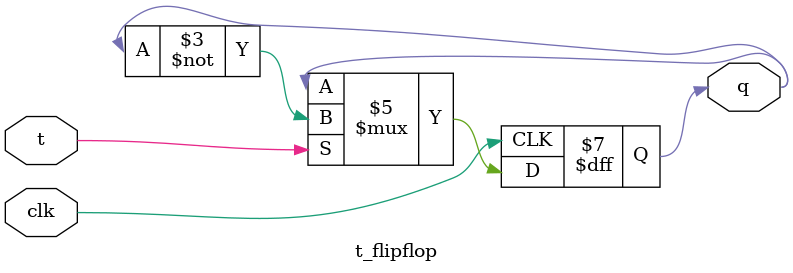
<source format=v>

module t_flipflop(clk,t,q);
input clk,t;
output reg q;

always @ (posedge clk)begin
    if(t == 0)
        q <= q;
    else 
        q = ~q;
end
                
endmodule

</source>
